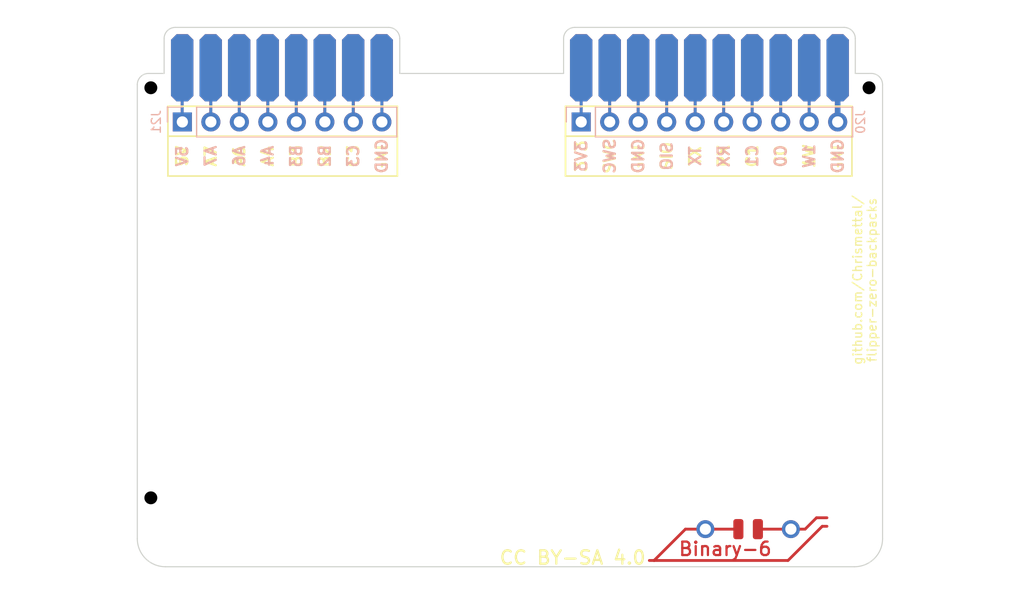
<source format=kicad_pcb>
(kicad_pcb (version 20221018) (generator pcbnew)
  (title_block (title "ESP32") (date "2023-04-09") (company "Binary-6"))
  (layers (0 "F.Cu" signal) (31 "B.Cu" signal) (34 "B.Paste" user) (35 "F.Paste" user) (36 "B.SilkS" user "B.Silkscreen") (37 "F.SilkS" user "F.Silkscreen") (38 "B.Mask" user) (39 "F.Mask" user) (44 "Edge.Cuts" user))
  (net 0 "")
  (net 1 "Net-(J2-Pin_1)")
  (net 2 "GND")
  (net 3 "Net-(J21-Pin_3)")
  (net 4 "Net-(J21-Pin_4)")
  (net 5 "Net-(J21-Pin_5)")
  (net 6 "Net-(J21-Pin_6)")
  (net 7 "Net-(J21-Pin_7)")
  (net 8 "Net-(J10-Pin_1)")
  (net 9 "Net-(J12-Pin_1)")
  (net 10 "Net-(J13-Pin_1)")
  (net 11 "Net-(J14-Pin_1)")
  (net 12 "Net-(J15-Pin_1)")
  (net 13 "Ext_+3.3V")
  (net 14 "Net-(J16-Pin_1)")
  (net 15 "Net-(J17-Pin_1)")
  (net 16 "Ext_+5V")
  (footprint "MeineBib:Board-Board-1mmEdge-2,54mm" (layer "F.Cu") (at 108.585 87.187)
    (fp_text reference "J3" hide)
    (fp_text value "PA6" hide)
    (pad "1" smd roundrect (at 0 0 180) (size 2 6) (layers "F.Cu" "F.Paste" "F.Mask") (roundrect_rratio 0) (chamfer_ratio 0.25) (chamfer top_left top_right bottom_left bottom_right) (net 3 "Net-(J21-Pin_3)"))
    (pad "1" smd roundrect (at 0 0 180) (size 2 6) (layers "B.Cu" "B.Paste" "B.Mask") (roundrect_rratio 0) (chamfer_ratio 0.25) (chamfer top_left top_right bottom_left bottom_right) (net 3 "Net-(J21-Pin_3)"))
  )
  (footprint "MeineBib:Board-Board-1mmEdge-2,54mm" (layer "F.Cu") (at 121.285 87.187)
    (fp_text reference "J8" hide)
    (fp_text value "GND" hide)
    (pad "1" smd roundrect (at 0 0 180) (size 2 6) (layers "F.Cu" "F.Paste" "F.Mask") (roundrect_rratio 0) (chamfer_ratio 0.25) (chamfer top_left top_right bottom_left bottom_right) (net 2 "GND"))
    (pad "1" smd roundrect (at 0 0 180) (size 2 6) (layers "B.Cu" "B.Paste" "B.Mask") (roundrect_rratio 0) (chamfer_ratio 0.25) (chamfer top_left top_right bottom_left bottom_right) (net 2 "GND"))
  )
  (footprint "MeineBib:Board-Board-1mmEdge-2,54mm" (layer "F.Cu") (at 144.145 87.187)
    (fp_text reference "J11" hide)
    (fp_text value "GND" hide)
    (pad "1" smd roundrect (at 0 0 180) (size 2 6) (layers "F.Cu" "F.Paste" "F.Mask") (roundrect_rratio 0) (chamfer_ratio 0.25) (chamfer top_left top_right bottom_left bottom_right) (net 2 "GND"))
    (pad "1" smd roundrect (at 0 0 180) (size 2 6) (layers "B.Cu" "B.Paste" "B.Mask") (roundrect_rratio 0) (chamfer_ratio 0.25) (chamfer top_left top_right bottom_left bottom_right) (net 2 "GND"))
  )
  (footprint "MeineBib:JLC_Toolinghole" (layer "F.Cu") (at 164.719 88.965)
    (fp_text reference "REF**" hide)
    (fp_text value "JLC_Toolinghole")
    (pad "" np_thru_hole circle (at 0 0) (size 1.3 1.3) (drill 1.152) (layers "*.Mask"))
  )
  (footprint "MeineBib:JLC_Toolinghole" (layer "F.Cu") (at 100.711 125.541)
    (fp_text reference "REF**" hide)
    (fp_text value "JLC_Toolinghole")
    (pad "" np_thru_hole circle (at 0 0) (size 1.3 1.3) (drill 1.152) (layers "*.Mask"))
  )
  (footprint "MeineBib:Board-Board-1mmEdge-2,54mm" (layer "F.Cu") (at 111.125 87.187)
    (fp_text reference "J4" hide)
    (fp_text value "PA4" hide)
    (pad "1" smd roundrect (at 0 0 180) (size 2 6) (layers "F.Cu" "F.Paste" "F.Mask") (roundrect_rratio 0) (chamfer_ratio 0.25) (chamfer top_left top_right bottom_left bottom_right) (net 4 "Net-(J21-Pin_4)"))
    (pad "1" smd roundrect (at 0 0 180) (size 2 6) (layers "B.Cu" "B.Paste" "B.Mask") (roundrect_rratio 0) (chamfer_ratio 0.25) (chamfer top_left top_right bottom_left bottom_right) (net 4 "Net-(J21-Pin_4)"))
  )
  (footprint "MeineBib:Board-Board-1mmEdge-2,54mm" (layer "F.Cu") (at 149.225 87.187)
    (fp_text reference "J13" hide)
    (fp_text value "UART_TX" hide)
    (pad "1" smd roundrect (at 0 0 180) (size 2 6) (layers "F.Cu" "F.Paste" "F.Mask") (roundrect_rratio 0) (chamfer_ratio 0.25) (chamfer top_left top_right bottom_left bottom_right) (net 10 "Net-(J13-Pin_1)"))
    (pad "1" smd roundrect (at 0 0 180) (size 2 6) (layers "B.Cu" "B.Paste" "B.Mask") (roundrect_rratio 0) (chamfer_ratio 0.25) (chamfer top_left top_right bottom_left bottom_right) (net 10 "Net-(J13-Pin_1)"))
  )
  (footprint "MeineBib:Board-Board-1mmEdge-2,54mm" (layer "F.Cu") (at 106.045 87.187)
    (fp_text reference "J2" hide)
    (fp_text value "PA7" hide)
    (pad "1" smd roundrect (at 0 0 180) (size 2 6) (layers "F.Cu" "F.Paste" "F.Mask") (roundrect_rratio 0) (chamfer_ratio 0.25) (chamfer top_left top_right bottom_left bottom_right) (net 1 "Net-(J2-Pin_1)"))
    (pad "1" smd roundrect (at 0 0 180) (size 2 6) (layers "B.Cu" "B.Paste" "B.Mask") (roundrect_rratio 0) (chamfer_ratio 0.25) (chamfer top_left top_right bottom_left bottom_right) (net 1 "Net-(J2-Pin_1)"))
  )
  (footprint "MeineBib:Board-Board-1mmEdge-2,54mm" (layer "F.Cu") (at 116.205 87.187)
    (fp_text reference "J6" hide)
    (fp_text value "PB2" hide)
    (pad "1" smd roundrect (at 0 0 180) (size 2 6) (layers "F.Cu" "F.Paste" "F.Mask") (roundrect_rratio 0) (chamfer_ratio 0.25) (chamfer top_left top_right bottom_left bottom_right) (net 6 "Net-(J21-Pin_6)"))
    (pad "1" smd roundrect (at 0 0 180) (size 2 6) (layers "B.Cu" "B.Paste" "B.Mask") (roundrect_rratio 0) (chamfer_ratio 0.25) (chamfer top_left top_right bottom_left bottom_right) (net 6 "Net-(J21-Pin_6)"))
  )
  (footprint "MeineBib:Board-Board-1mmEdge-2,54mm" (layer "F.Cu") (at 139.065 87.187)
    (fp_text reference "J9" hide)
    (fp_text value "3V3" hide)
    (pad "1" smd roundrect (at 0 0 180) (size 2 6) (layers "F.Cu" "F.Paste" "F.Mask") (roundrect_rratio 0) (chamfer_ratio 0.25) (chamfer top_left top_right bottom_left bottom_right) (net 13 "Ext_+3.3V"))
    (pad "1" smd roundrect (at 0 0 180) (size 2 6) (layers "B.Cu" "B.Paste" "B.Mask") (roundrect_rratio 0) (chamfer_ratio 0.25) (chamfer top_left top_right bottom_left bottom_right) (net 13 "Ext_+3.3V"))
  )
  (footprint "MeineBib:Board-Board-1mmEdge-2,54mm" (layer "F.Cu") (at 141.605 87.187)
    (fp_text reference "J10" hide)
    (fp_text value "SWCLK" hide)
    (pad "1" smd roundrect (at 0 0 180) (size 2 6) (layers "F.Cu" "F.Paste" "F.Mask") (roundrect_rratio 0) (chamfer_ratio 0.25) (chamfer top_left top_right bottom_left bottom_right) (net 8 "Net-(J10-Pin_1)"))
    (pad "1" smd roundrect (at 0 0 180) (size 2 6) (layers "B.Cu" "B.Paste" "B.Mask") (roundrect_rratio 0) (chamfer_ratio 0.25) (chamfer top_left top_right bottom_left bottom_right) (net 8 "Net-(J10-Pin_1)"))
  )
  (footprint "MeineBib:Board-Board-1mmEdge-2,54mm" (layer "F.Cu") (at 156.845 87.187)
    (fp_text reference "J16" hide)
    (fp_text value "PC0" hide)
    (pad "1" smd roundrect (at 0 0 180) (size 2 6) (layers "F.Cu" "F.Paste" "F.Mask") (roundrect_rratio 0) (chamfer_ratio 0.25) (chamfer top_left top_right bottom_left bottom_right) (net 14 "Net-(J16-Pin_1)"))
    (pad "1" smd roundrect (at 0 0 180) (size 2 6) (layers "B.Cu" "B.Paste" "B.Mask") (roundrect_rratio 0) (chamfer_ratio 0.25) (chamfer top_left top_right bottom_left bottom_right) (net 14 "Net-(J16-Pin_1)"))
  )
  (footprint "MeineBib:Board-Board-1mmEdge-2,54mm" (layer "F.Cu") (at 154.305 87.187)
    (fp_text reference "J15" hide)
    (fp_text value "PC1" hide)
    (pad "1" smd roundrect (at 0 0 180) (size 2 6) (layers "F.Cu" "F.Paste" "F.Mask") (roundrect_rratio 0) (chamfer_ratio 0.25) (chamfer top_left top_right bottom_left bottom_right) (net 12 "Net-(J15-Pin_1)"))
    (pad "1" smd roundrect (at 0 0 180) (size 2 6) (layers "B.Cu" "B.Paste" "B.Mask") (roundrect_rratio 0) (chamfer_ratio 0.25) (chamfer top_left top_right bottom_left bottom_right) (net 12 "Net-(J15-Pin_1)"))
  )
  (footprint "MeineBib:Board-Board-1mmEdge-2,54mm" (layer "F.Cu") (at 161.925 87.187)
    (fp_text reference "J18" hide)
    (fp_text value "GND" hide)
    (pad "1" smd roundrect (at 0 0 180) (size 2 6) (layers "F.Cu" "F.Paste" "F.Mask") (roundrect_rratio 0) (chamfer_ratio 0.25) (chamfer top_left top_right bottom_left bottom_right) (net 2 "GND"))
    (pad "1" smd roundrect (at 0 0 180) (size 2 6) (layers "B.Cu" "B.Paste" "B.Mask") (roundrect_rratio 0) (chamfer_ratio 0.25) (chamfer top_left top_right bottom_left bottom_right) (net 2 "GND"))
  )
  (footprint "MeineBib:Board-Board-1mmEdge-2,54mm" (layer "F.Cu") (at 118.745 87.187)
    (fp_text reference "J7" hide)
    (fp_text value "PC3" hide)
    (pad "1" smd roundrect (at 0 0 180) (size 2 6) (layers "F.Cu" "F.Paste" "F.Mask") (roundrect_rratio 0) (chamfer_ratio 0.25) (chamfer top_left top_right bottom_left bottom_right) (net 7 "Net-(J21-Pin_7)"))
    (pad "1" smd roundrect (at 0 0 180) (size 2 6) (layers "B.Cu" "B.Paste" "B.Mask") (roundrect_rratio 0) (chamfer_ratio 0.25) (chamfer top_left top_right bottom_left bottom_right) (net 7 "Net-(J21-Pin_7)"))
  )
  (footprint "MeineBib:JLC_Toolinghole" (layer "F.Cu") (at 100.711 88.965)
    (fp_text reference "REF**" hide)
    (fp_text value "JLC_Toolinghole")
    (pad "" np_thru_hole circle (at 0 0) (size 1.3 1.3) (drill 1.152) (layers "*.Mask"))
  )
  (footprint "MeineBib:Board-Board-1mmEdge-2,54mm" (layer "F.Cu") (at 159.385 87.187)
    (fp_text reference "J17" hide)
    (fp_text value "PB14" hide)
    (pad "1" smd roundrect (at 0 0 180) (size 2 6) (layers "F.Cu" "F.Paste" "F.Mask") (roundrect_rratio 0) (chamfer_ratio 0.25) (chamfer top_left top_right bottom_left bottom_right) (net 15 "Net-(J17-Pin_1)"))
    (pad "1" smd roundrect (at 0 0 180) (size 2 6) (layers "B.Cu" "B.Paste" "B.Mask") (roundrect_rratio 0) (chamfer_ratio 0.25) (chamfer top_left top_right bottom_left bottom_right) (net 15 "Net-(J17-Pin_1)"))
  )
  (footprint "MeineBib:EigenesMountingHole_2.6mm_M2.5_Small" (layer "F.Cu") (at 102.005 129.187)
    (fp_text reference "MK2" hide)
    (fp_text value "Mounting_Hole" hide)
    (pad "" np_thru_hole circle (at 0 0) (size 2.6 2.6) (drill 2.6) (layers "F&B.Cu" "*.Mask") (clearance 1.25))
  )
  (footprint "MeineBib:Board-Board-1mmEdge-2,54mm" (layer "F.Cu") (at 151.765 87.187)
    (fp_text reference "J14" hide)
    (fp_text value "UART_RX" hide)
    (pad "1" smd roundrect (at 0 0 180) (size 2 6) (layers "F.Cu" "F.Paste" "F.Mask") (roundrect_rratio 0) (chamfer_ratio 0.25) (chamfer top_left top_right bottom_left bottom_right) (net 11 "Net-(J14-Pin_1)"))
    (pad "1" smd roundrect (at 0 0 180) (size 2 6) (layers "B.Cu" "B.Paste" "B.Mask") (roundrect_rratio 0) (chamfer_ratio 0.25) (chamfer top_left top_right bottom_left bottom_right) (net 11 "Net-(J14-Pin_1)"))
  )
  (footprint "MeineBib:Board-Board-1mmEdge-2,54mm" (layer "F.Cu") (at 146.685 87.187)
    (fp_text reference "J12" hide)
    (fp_text value "SWDIO" hide)
    (pad "1" smd roundrect (at 0 0 180) (size 2 6) (layers "F.Cu" "F.Paste" "F.Mask") (roundrect_rratio 0) (chamfer_ratio 0.25) (chamfer top_left top_right bottom_left bottom_right) (net 9 "Net-(J12-Pin_1)"))
    (pad "1" smd roundrect (at 0 0 180) (size 2 6) (layers "B.Cu" "B.Paste" "B.Mask") (roundrect_rratio 0) (chamfer_ratio 0.25) (chamfer top_left top_right bottom_left bottom_right) (net 9 "Net-(J12-Pin_1)"))
  )
  (footprint "MeineBib:EigenesMountingHole_2.6mm_M2.5_Small" (layer "F.Cu") (at 163.425 129.187)
    (fp_text reference "MK2" hide)
    (fp_text value "Mounting_Hole" hide)
    (pad "" np_thru_hole circle (at 0 0) (size 2.6 2.6) (drill 2.6) (layers "F&B.Cu" "*.Mask") (clearance 1.25))
  )
  (footprint "MeineBib:Binary_6_v0.1_tiny_silk" (layer "F.Cu") (at 153.9684 129.3002)
    (fp_text reference "H7" hide)
    (fp_text value "Symbol_Binary6" hide)
    (fp_text user "Binary-6" (at -2.0654 0.8) (layer "F.Cu") (effects (font (size 1.2 1.2) (thickness 0.2))))
    (fp_line (start -8.4074 1.8288) (end -8.8288 1.8288) (stroke (width 0.25)) (layer "F.Cu"))
    (fp_line (start -5.6134 -0.9652) (end -8.4074 1.8288) (stroke (width 0.25)) (layer "F.Cu"))
    (fp_line (start -3.8354 -0.9652) (end -5.6134 -0.9652) (stroke (width 0.25)) (layer "F.Cu"))
    (fp_line (start -3.8354 -0.9652) (end -1.2954 -0.9652) (stroke (width 0.25)) (layer "F.Cu"))
    (fp_line (start 1.2446 -0.9652) (end 3.7846 -0.9652) (stroke (width 0.25)) (layer "F.Cu"))
    (fp_line (start 3.5306 1.8288) (end -8.4074 1.8288) (stroke (width 0.25)) (layer "F.Cu"))
    (fp_line (start 3.7846 -0.9652) (end 5.0546 -0.9652) (stroke (width 0.25)) (layer "F.Cu"))
    (fp_line (start 5.0546 -0.9652) (end 6.0706 -1.9812) (stroke (width 0.25)) (layer "F.Cu"))
    (fp_line (start 6.0706 -1.9812) (end 7 -1.9812) (stroke (width 0.25)) (layer "F.Cu"))
    (fp_line (start 6.5786 -1.2192) (end 3.5306 1.8288) (stroke (width 0.25)) (layer "F.Cu"))
    (fp_line (start 7 -1.2192) (end 6.5786 -1.2192) (stroke (width 0.25)) (layer "F.Cu"))
    (pad "" thru_hole circle (at -3.8354 -0.9652) (size 1.6 1.6) (drill 1) (layers "*.Cu" "*.Mask"))
    (pad "" smd roundrect (at -0.8954 -0.9652) (size 0.9 1.8) (layers "F.Cu" "F.Mask"))
    (pad "" smd roundrect (at 0.8446 -0.9652) (size 0.9 1.8) (layers "F.Cu" "F.Mask"))
    (pad "" thru_hole oval (at 3.7846 -0.9652) (size 1.6 1.6) (drill 1) (layers "*.Cu" "*.Mask"))
  )
  (footprint "MeineBib:Board-Board-1mmEdge-2,54mm" (layer "F.Cu") (at 103.505 87.187)
    (fp_text reference "J1" hide)
    (fp_text value "+5V" hide)
    (pad "1" smd roundrect (at 0 0 180) (size 2 6) (layers "F.Cu" "F.Paste" "F.Mask") (roundrect_rratio 0) (chamfer_ratio 0.25) (chamfer top_left top_right bottom_left bottom_right) (net 16 "Ext_+5V"))
    (pad "1" smd roundrect (at 0 0 180) (size 2 6) (layers "B.Cu" "B.Paste" "B.Mask") (roundrect_rratio 0) (chamfer_ratio 0.25) (chamfer top_left top_right bottom_left bottom_right) (net 16 "Ext_+5V"))
  )
  (footprint "MeineBib:Board-Board-1mmEdge-2,54mm" (layer "F.Cu") (at 113.665 87.187)
    (fp_text reference "J5" hide)
    (fp_text value "PB3" hide)
    (pad "1" smd roundrect (at 0 0 180) (size 2 6) (layers "F.Cu" "F.Paste" "F.Mask") (roundrect_rratio 0) (chamfer_ratio 0.25) (chamfer top_left top_right bottom_left bottom_right) (net 5 "Net-(J21-Pin_5)"))
    (pad "1" smd roundrect (at 0 0 180) (size 2 6) (layers "B.Cu" "B.Paste" "B.Mask") (roundrect_rratio 0) (chamfer_ratio 0.25) (chamfer top_left top_right bottom_left bottom_right) (net 5 "Net-(J21-Pin_5)"))
  )
  (footprint "Connector_PinHeader_2.54mm:PinHeader_1x08_P2.54mm_Vertical" (layer "B.Cu") (at 103.52 92.013 -90)
    (fp_text reference "J21" (at 0 2.33 90) (layer "B.SilkS") (effects (font (size 0.8 0.8) (thickness 0.12)) (justify mirror)))
    (fp_text value "Conn_01x08")
    (fp_line (start -1.33 -19.11) (end 1.33 -19.11) (stroke (width 0.12)) (layer "B.SilkS"))
    (fp_line (start -1.33 -1.27) (end -1.33 -19.11) (stroke (width 0.12)) (layer "B.SilkS"))
    (fp_line (start -1.33 -1.27) (end 1.33 -1.27) (stroke (width 0.12)) (layer "B.SilkS"))
    (fp_line (start -1.33 0) (end -1.33 1.33) (stroke (width 0.12)) (layer "B.SilkS"))
    (fp_line (start -1.33 1.33) (end 0 1.33) (stroke (width 0.12)) (layer "B.SilkS"))
    (fp_line (start 1.33 -1.27) (end 1.33 -19.11) (stroke (width 0.12)) (layer "B.SilkS"))
    (pad "1" thru_hole rect (at 0 0 270) (size 1.7 1.7) (drill 1) (layers "*.Cu" "*.Mask") (net 16 "Ext_+5V"))
    (pad "2" thru_hole oval (at 0 -2.54 270) (size 1.7 1.7) (drill 1) (layers "*.Cu" "*.Mask") (net 1 "Net-(J2-Pin_1)"))
    (pad "3" thru_hole oval (at 0 -5.08 270) (size 1.7 1.7) (drill 1) (layers "*.Cu" "*.Mask") (net 3 "Net-(J21-Pin_3)"))
    (pad "4" thru_hole oval (at 0 -7.62 270) (size 1.7 1.7) (drill 1) (layers "*.Cu" "*.Mask") (net 4 "Net-(J21-Pin_4)"))
    (pad "5" thru_hole oval (at 0 -10.16 270) (size 1.7 1.7) (drill 1) (layers "*.Cu" "*.Mask") (net 5 "Net-(J21-Pin_5)"))
    (pad "6" thru_hole oval (at 0 -12.7 270) (size 1.7 1.7) (drill 1) (layers "*.Cu" "*.Mask") (net 6 "Net-(J21-Pin_6)"))
    (pad "7" thru_hole oval (at 0 -15.24 270) (size 1.7 1.7) (drill 1) (layers "*.Cu" "*.Mask") (net 7 "Net-(J21-Pin_7)"))
    (pad "8" thru_hole oval (at 0 -17.78 270) (size 1.7 1.7) (drill 1) (layers "*.Cu" "*.Mask") (net 2 "GND"))
  )
  (footprint "Connector_PinHeader_2.54mm:PinHeader_1x10_P2.54mm_Vertical" (layer "B.Cu") (at 139.065 92.013 -90)
    (fp_text reference "J20" (at 0 -24.892 90) (layer "B.SilkS") (effects (font (size 0.8 0.8) (thickness 0.12)) (justify mirror)))
    (fp_text value "Conn_01x10")
    (fp_line (start -1.33 -24.19) (end 1.33 -24.19) (stroke (width 0.12)) (layer "B.SilkS"))
    (fp_line (start -1.33 -1.27) (end -1.33 -24.19) (stroke (width 0.12)) (layer "B.SilkS"))
    (fp_line (start -1.33 -1.27) (end 1.33 -1.27) (stroke (width 0.12)) (layer "B.SilkS"))
    (fp_line (start -1.33 0) (end -1.33 1.33) (stroke (width 0.12)) (layer "B.SilkS"))
    (fp_line (start -1.33 1.33) (end 0 1.33) (stroke (width 0.12)) (layer "B.SilkS"))
    (fp_line (start 1.33 -1.27) (end 1.33 -24.19) (stroke (width 0.12)) (layer "B.SilkS"))
    (pad "1" thru_hole rect (at 0 0 270) (size 1.7 1.7) (drill 1) (layers "*.Cu" "*.Mask") (net 13 "Ext_+3.3V"))
    (pad "2" thru_hole oval (at 0 -2.54 270) (size 1.7 1.7) (drill 1) (layers "*.Cu" "*.Mask") (net 8 "Net-(J10-Pin_1)"))
    (pad "3" thru_hole oval (at 0 -5.08 270) (size 1.7 1.7) (drill 1) (layers "*.Cu" "*.Mask") (net 2 "GND"))
    (pad "4" thru_hole oval (at 0 -7.62 270) (size 1.7 1.7) (drill 1) (layers "*.Cu" "*.Mask") (net 9 "Net-(J12-Pin_1)"))
    (pad "5" thru_hole oval (at 0 -10.16 270) (size 1.7 1.7) (drill 1) (layers "*.Cu" "*.Mask") (net 10 "Net-(J13-Pin_1)"))
    (pad "6" thru_hole oval (at 0 -12.7 270) (size 1.7 1.7) (drill 1) (layers "*.Cu" "*.Mask") (net 11 "Net-(J14-Pin_1)"))
    (pad "7" thru_hole oval (at 0 -15.24 270) (size 1.7 1.7) (drill 1) (layers "*.Cu" "*.Mask") (net 12 "Net-(J15-Pin_1)"))
    (pad "8" thru_hole oval (at 0 -17.78 270) (size 1.7 1.7) (drill 1) (layers "*.Cu" "*.Mask") (net 14 "Net-(J16-Pin_1)"))
    (pad "9" thru_hole oval (at 0 -20.32 270) (size 1.7 1.7) (drill 1) (layers "*.Cu" "*.Mask") (net 15 "Net-(J17-Pin_1)"))
    (pad "10" thru_hole oval (at 0 -22.86 270) (size 1.7 1.7) (drill 1) (layers "*.Cu" "*.Mask") (net 2 "GND"))
  )
  (gr_line (start 137.668 90.616) (end 163.195 90.616) (stroke (width 0.15)) (layer "F.SilkS"))
  (gr_line (start 102.235 96.839) (end 102.235 93.283) (stroke (width 0.15)) (layer "F.SilkS"))
  (gr_line (start 137.668 96.839) (end 137.668 93.283) (stroke (width 0.15)) (layer "F.SilkS"))
  (gr_line (start 102.235 93.283) (end 102.235 90.616) (stroke (width 0.15)) (layer "F.SilkS"))
  (gr_line (start 122.682 96.839) (end 102.235 96.839) (stroke (width 0.15)) (layer "F.SilkS"))
  (gr_line (start 163.195 96.839) (end 137.668 96.839) (stroke (width 0.15)) (layer "F.SilkS"))
  (gr_line (start 122.682 93.283) (end 122.682 96.839) (stroke (width 0.15)) (layer "F.SilkS"))
  (gr_line (start 102.235 90.616) (end 122.682 90.616) (stroke (width 0.15)) (layer "F.SilkS"))
  (gr_line (start 163.195 93.283) (end 163.195 96.839) (stroke (width 0.15)) (layer "F.SilkS"))
  (gr_line (start 163.195 93.283) (end 137.668 93.283) (stroke (width 0.15)) (layer "F.SilkS"))
  (gr_line (start 163.195 90.616) (end 163.195 93.283) (stroke (width 0.15)) (layer "F.SilkS"))
  (gr_line (start 137.668 93.283) (end 137.668 90.616) (stroke (width 0.15)) (layer "F.SilkS"))
  (gr_line (start 122.682 90.616) (end 122.682 93.283) (stroke (width 0.15)) (layer "F.SilkS"))
  (gr_line (start 122.682 93.283) (end 102.235 93.283) (stroke (width 0.15)) (layer "F.SilkS"))
  (gr_line (start 101.895 84.5802) (end 101.895 87.687) (stroke (width 0.1)) (layer "Edge.Cuts"))
  (gr_arc (start 101.895 84.5802) (mid 102.187893 83.873093) (end 102.895 83.5802) (stroke (width 0.1)) (layer "Edge.Cuts"))
  (gr_arc (start 164.925 87.687) (mid 165.632107 87.979893) (end 165.925 88.687) (stroke (width 0.1)) (layer "Edge.Cuts"))
  (gr_line (start 99.505 129.187) (end 99.505 88.687) (stroke (width 0.1)) (layer "Edge.Cuts"))
  (gr_line (start 137.495 84.5802) (end 137.495 87.687) (stroke (width 0.1)) (layer "Edge.Cuts"))
  (gr_line (start 122.895 84.5802) (end 122.895 87.687) (stroke (width 0.1)) (layer "Edge.Cuts"))
  (gr_arc (start 162.495 83.5802) (mid 163.202107 83.873093) (end 163.495 84.5802) (stroke (width 0.1)) (layer "Edge.Cuts"))
  (gr_line (start 165.925 88.687) (end 165.925 129.187) (stroke (width 0.1)) (layer "Edge.Cuts"))
  (gr_line (start 122.895 87.687) (end 137.495 87.687) (stroke (width 0.1)) (layer "Edge.Cuts"))
  (gr_line (start 163.425 131.687) (end 102.005 131.687) (stroke (width 0.1)) (layer "Edge.Cuts"))
  (gr_arc (start 165.925 129.187) (mid 165.192767 130.954767) (end 163.425 131.687) (stroke (width 0.1)) (layer "Edge.Cuts"))
  (gr_arc (start 99.505 88.687) (mid 99.797893 87.979893) (end 100.505 87.687) (stroke (width 0.1)) (layer "Edge.Cuts"))
  (gr_arc (start 137.495 84.5802) (mid 137.787893 83.873093) (end 138.495 83.5802) (stroke (width 0.1)) (layer "Edge.Cuts"))
  (gr_line (start 163.495 87.687) (end 164.925 87.687) (stroke (width 0.1)) (layer "Edge.Cuts"))
  (gr_line (start 138.495 83.5802) (end 162.495 83.5802) (stroke (width 0.1)) (layer "Edge.Cuts"))
  (gr_arc (start 121.895 83.5802) (mid 122.602107 83.873093) (end 122.895 84.5802) (stroke (width 0.1)) (layer "Edge.Cuts"))
  (gr_line (start 100.505 87.687) (end 101.895 87.687) (stroke (width 0.1)) (layer "Edge.Cuts"))
  (gr_line (start 163.495 87.687) (end 163.495 84.5802) (stroke (width 0.1)) (layer "Edge.Cuts"))
  (gr_line (start 102.895 83.5802) (end 121.895 83.5802) (stroke (width 0.1)) (layer "Edge.Cuts"))
  (gr_arc (start 102.005 131.687) (mid 100.237233 130.954767) (end 99.505 129.187) (stroke (width 0.1)) (layer "Edge.Cuts"))
  (gr_text "5V" (at 103.505 95.061 90) (layer "B.SilkS") (effects (font (size 1 1) (thickness 0.2)) (justify mirror)))
  (gr_text "C0" (at 156.845 95.061 90) (layer "B.SilkS") (effects (font (size 1 1) (thickness 0.2)) (justify mirror)))
  (gr_text "B2" (at 116.205 95.061 90) (layer "B.SilkS") (effects (font (size 1 1) (thickness 0.2)) (justify mirror)))
  (gr_text "C1" (at 154.305 95.061 90) (layer "B.SilkS") (effects (font (size 1 1) (thickness 0.2)) (justify mirror)))
  (gr_text "SIO" (at 146.685 95.061 90) (layer "B.SilkS") (effects (font (size 1 1) (thickness 0.2)) (justify mirror)))
  (gr_text "TX" (at 149.225 95.061 90) (layer "B.SilkS") (effects (font (size 1 1) (thickness 0.2)) (justify mirror)))
  (gr_text "A4" (at 111.125 95.061 90) (layer "B.SilkS") (effects (font (size 1 1) (thickness 0.2)) (justify mirror)))
  (gr_text "C3" (at 118.745 95.061 90) (layer "B.SilkS") (effects (font (size 1 1) (thickness 0.2)) (justify mirror)))
  (gr_text "GND" (at 121.285 95.061 90) (layer "B.SilkS") (effects (font (size 1 1) (thickness 0.2)) (justify mirror)))
  (gr_text "RX" (at 151.765 95.061 90) (layer "B.SilkS") (effects (font (size 1 1) (thickness 0.2)) (justify mirror)))
  (gr_text "GND" (at 144.145 95.061 90) (layer "B.SilkS") (effects (font (size 1 1) (thickness 0.2)) (justify mirror)))
  (gr_text "SWC" (at 141.605 95.061 90) (layer "B.SilkS") (effects (font (size 1 1) (thickness 0.2)) (justify mirror)))
  (gr_text "A6" (at 108.585 95.061 90) (layer "B.SilkS") (effects (font (size 1 1) (thickness 0.2)) (justify mirror)))
  (gr_text "A7" (at 106.045 95.061 90) (layer "B.SilkS") (effects (font (size 1 1) (thickness 0.2)) (justify mirror)))
  (gr_text "B3" (at 113.665 95.061 90) (layer "B.SilkS") (effects (font (size 1 1) (thickness 0.2)) (justify mirror)))
  (gr_text "1W" (at 159.385 95.061 90) (layer "B.SilkS") (effects (font (size 1 1) (thickness 0.2)) (justify mirror)))
  (gr_text "3V3" (at 139.065 95.061 90) (layer "B.SilkS") (effects (font (size 1 1) (thickness 0.2)) (justify mirror)))
  (gr_text "GND" (at 161.925 95.061 90) (layer "B.SilkS") (effects (font (size 1 1) (thickness 0.2)) (justify mirror)))
  (gr_text "C1" (at 154.305 95.061 90) (layer "F.SilkS") (effects (font (size 1 1) (thickness 0.2))))
  (gr_text "CC BY-SA 4.0" (at 138.303 130.875) (layer "F.SilkS") (effects (font (size 1.2 1.2) (thickness 0.2))))
  (gr_text "B2" (at 116.205 95.061 90) (layer "F.SilkS") (effects (font (size 1 1) (thickness 0.2))))
  (gr_text "A4" (at 111.125 95.061 90) (layer "F.SilkS") (effects (font (size 1 1) (thickness 0.2))))
  (gr_text "5V" (at 103.505 95.061 90) (layer "F.SilkS") (effects (font (size 1 1) (thickness 0.2))))
  (gr_text "C0" (at 156.845 95.061 90) (layer "F.SilkS") (effects (font (size 1 1) (thickness 0.2))))
  (gr_text "SIO" (at 146.685 95.061 90) (layer "F.SilkS") (effects (font (size 1 1) (thickness 0.2))))
  (gr_text "A7" (at 106.045 95.061 90) (layer "F.SilkS") (effects (font (size 1 1) (thickness 0.2))))
  (gr_text "SWC" (at 141.605 95.061 90) (layer "F.SilkS") (effects (font (size 1 1) (thickness 0.2))))
  (gr_text "GND" (at 121.285 95.061 90) (layer "F.SilkS") (effects (font (size 1 1) (thickness 0.2))))
  (gr_text "B3" (at 113.665 95.061 90) (layer "F.SilkS") (effects (font (size 1 1) (thickness 0.2))))
  (gr_text "GND" (at 144.145 95.061 90) (layer "F.SilkS") (effects (font (size 1 1) (thickness 0.2))))
  (gr_text "TX" (at 149.225 95.061 90) (layer "F.SilkS") (effects (font (size 1 1) (thickness 0.2))))
  (gr_text "1W" (at 159.385 95.061 90) (layer "F.SilkS") (effects (font (size 1 1) (thickness 0.2))))
  (gr_text "RX" (at 151.765 95.061 90) (layer "F.SilkS") (effects (font (size 1 1) (thickness 0.2))))
  (gr_text "GND" (at 161.925 95.061 90) (layer "F.SilkS") (effects (font (size 1 1) (thickness 0.2))))
  (gr_text "github.com/Chrismettal/\nflipper-zero-backpacks" (at 164.338 106.11 90) (layer "F.SilkS") (effects (font (size 0.8 0.8) (thickness 0.12))))
  (gr_text "C3" (at 118.745 95.061 90) (layer "F.SilkS") (effects (font (size 1 1) (thickness 0.2))))
  (gr_text "A6" (at 108.585 95.061 90) (layer "F.SilkS") (effects (font (size 1 1) (thickness 0.2))))
  (gr_text "3V3" (at 139.065 95.061 90) (layer "F.SilkS") (effects (font (size 1 1) (thickness 0.2))))
  (segment (start 106.045 87.187) (end 106.045 91.998) (width 0.254) (layer "F.Cu") (net 1))
  (segment (start 106.06 92.013) (end 106.06 87.202) (width 0.254) (layer "B.Cu") (net 1))
  (segment (start 106.06 87.202) (end 106.045 87.187) (width 0.254) (layer "B.Cu") (net 1))
  (segment (start 161.925 87.187) (end 161.925 92.013) (width 0.5) (layer "F.Cu") (net 2))
  (segment (start 121.3 92.013) (end 121.3 87.202) (width 0.254) (layer "F.Cu") (net 2))
  (segment (start 121.3 87.202) (end 121.285 87.187) (width 0.254) (layer "F.Cu") (net 2))
  (segment (start 144.145 92.013) (end 144.145 87.187) (width 0.254) (layer "F.Cu") (net 2))
  (segment (start 121.3 87.202) (end 121.285 87.187) (width 0.5) (layer "B.Cu") (net 2))
  (segment (start 161.925 87.187) (end 161.925 92.013) (width 0.5) (layer "B.Cu") (net 2))
  (segment (start 121.3 92.013) (end 121.3 87.202) (width 0.254) (layer "B.Cu") (net 2))
  (segment (start 144.145 87.187) (end 144.145 92.013) (width 0.254) (layer "B.Cu") (net 2))
  (segment (start 108.6 92.013) (end 108.6 87.202) (width 0.254) (layer "F.Cu") (net 3))
  (segment (start 108.6 87.202) (end 108.585 87.187) (width 0.254) (layer "F.Cu") (net 3))
  (segment (start 108.585 87.187) (end 108.585 91.998) (width 0.254) (layer "B.Cu") (net 3))
  (segment (start 111.125 87.187) (end 111.125 91.998) (width 0.254) (layer "F.Cu") (net 4))
  (segment (start 111.14 87.202) (end 111.125 87.187) (width 0.254) (layer "B.Cu") (net 4))
  (segment (start 111.14 92.013) (end 111.14 87.202) (width 0.254) (layer "B.Cu") (net 4))
  (segment (start 113.68 92.013) (end 113.68 87.202) (width 0.254) (layer "F.Cu") (net 5))
  (segment (start 113.68 87.202) (end 113.665 87.187) (width 0.254) (layer "F.Cu") (net 5))
  (segment (start 113.665 87.187) (end 113.665 91.998) (width 0.254) (layer "B.Cu") (net 5))
  (segment (start 116.205 87.187) (end 116.205 91.998) (width 0.254) (layer "F.Cu") (net 6))
  (segment (start 116.22 87.202) (end 116.205 87.187) (width 0.254) (layer "B.Cu") (net 6))
  (segment (start 116.22 92.013) (end 116.22 87.202) (width 0.254) (layer "B.Cu") (net 6))
  (segment (start 118.76 87.202) (end 118.745 87.187) (width 0.254) (layer "F.Cu") (net 7))
  (segment (start 118.76 92.013) (end 118.76 87.202) (width 0.254) (layer "F.Cu") (net 7))
  (segment (start 118.745 87.187) (end 118.745 91.998) (width 0.254) (layer "B.Cu") (net 7))
  (segment (start 118.745 91.998) (end 118.76 92.013) (width 0.254) (layer "B.Cu") (net 7))
  (segment (start 141.605 92.013) (end 141.605 87.187) (width 0.254) (layer "F.Cu") (net 8))
  (segment (start 141.605 87.187) (end 141.605 92.013) (width 0.254) (layer "B.Cu") (net 8))
  (segment (start 146.685 92.013) (end 146.685 87.187) (width 0.254) (layer "F.Cu") (net 9))
  (segment (start 146.685 87.187) (end 146.685 92.013) (width 0.254) (layer "B.Cu") (net 9))
  (segment (start 149.225 87.187) (end 149.225 92.013) (width 0.254) (layer "F.Cu") (net 10))
  (segment (start 149.225 87.187) (end 149.225 92.013) (width 0.254) (layer "B.Cu") (net 10))
  (segment (start 151.765 92.013) (end 151.765 87.187) (width 0.254) (layer "F.Cu") (net 11))
  (segment (start 151.765 92.013) (end 151.765 87.187) (width 0.254) (layer "B.Cu") (net 11))
  (segment (start 154.305 87.187) (end 154.305 92.013) (width 0.254) (layer "F.Cu") (net 12))
  (segment (start 154.305 92.013) (end 154.305 87.187) (width 0.254) (layer "B.Cu") (net 12))
  (segment (start 139.065 87.187) (end 139.065 90.616) (width 0.254) (layer "F.Cu") (net 13))
  (segment (start 139.065 90.616) (end 139.065 92.013) (width 0.254) (layer "F.Cu") (net 13))
  (segment (start 139.065 92.013) (end 139.065 87.187) (width 0.254) (layer "B.Cu") (net 13))
  (segment (start 156.845 92.013) (end 156.845 87.187) (width 0.254) (layer "F.Cu") (net 14))
  (segment (start 156.845 87.187) (end 156.845 92.013) (width 0.254) (layer "B.Cu") (net 14))
  (segment (start 159.385 87.187) (end 159.385 92.013) (width 0.254) (layer "F.Cu") (net 15))
  (segment (start 159.385 92.013) (end 159.385 87.187) (width 0.254) (layer "B.Cu") (net 15))
  (segment (start 103.505 87.187) (end 103.505 91.998) (width 0.254) (layer "F.Cu") (net 16))
  (segment (start 103.505 87.187) (end 103.505 91.998) (width 0.254) (layer "B.Cu") (net 16))
)
</source>
